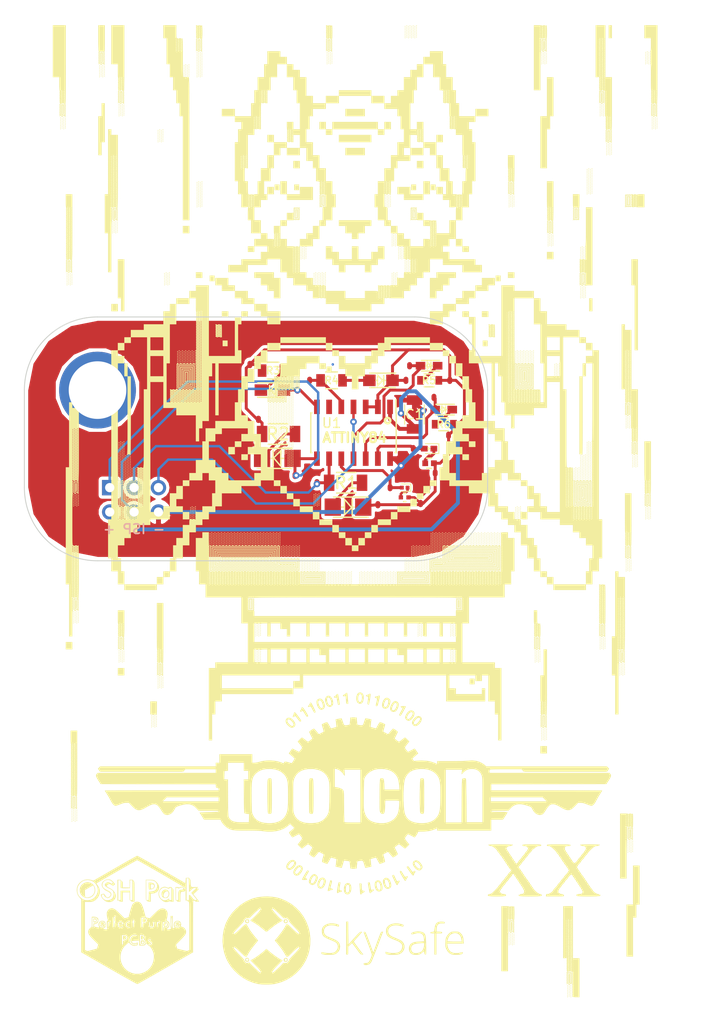
<source format=kicad_pcb>
(kicad_pcb (version 4) (host pcbnew 4.0.7)
  (layers (0 F.Cu signal) (31 B.Cu signal) (34 B.Paste user) (35 F.Paste user) (36 B.SilkS user) (37 F.SilkS user hide) (38 B.Mask user) (39 F.Mask user) (44 Edge.Cuts user))
  (net 0 "")
  (net 1 GND)
  (net 2 +BATT)
  (net 3 "Net-(D1-Pad1)")
  (net 4 "Net-(D2-Pad1)")
  (net 5 "Net-(D3-Pad1)")
  (net 6 "Net-(D4-Pad2)")
  (net 7 /MISO)
  (net 8 /SCK)
  (net 9 /MOSI)
  (net 10 /RESET)
  (net 11 "Net-(D5-Pad1)")
  (net 12 "Net-(D6-Pad1)")
  (net 13 "Net-(D7-Pad1)")
  (net 14 "Net-(D8-Pad1)")
  (net 15 "Net-(D8-Pad2)")
  (net 16 "Net-(D5-Pad2)")
  (net 17 "Net-(D6-Pad2)")
  (net 18 "Net-(SW2-Pad1)")
  (net 19 "Net-(D7-Pad2)")
  (net 20 "Net-(D1-Pad2)")
  (net 21 "Net-(P5-Pad1)")
  (net 22 "Net-(P0-Pad1)")
  (module footprints:toor_logo (layer F.Cu) (at 123.19 123.19)
    (fp_text reference G*** hide)
    (fp_text value LOGO hide)
  )
  (module footprints:LED_0402 (layer F.Cu) (at 131.064 116.586 180)
    (fp_text reference D7 hide)
    (fp_text value LED)
    (pad 1 smd rect (at -0.5 0 180) (size 0.7 0.6) (layers F.Cu F.Paste F.Mask) (net 13 "Net-(D7-Pad1)"))
    (pad 2 smd rect (at 0.5 0 180) (size 0.7 0.6) (layers F.Cu F.Paste F.Mask) (net 19 "Net-(D7-Pad2)"))
  )
  (module footprints:LED_0201 (layer F.Cu) (at 128.524 120.65 180)
    (fp_text reference D8 hide)
    (fp_text value LED)
    (pad 1 smd rect (at -0.3 0 180) (size 0.4 0.4) (layers F.Cu F.Paste F.Mask) (net 14 "Net-(D8-Pad1)"))
    (pad 2 smd rect (at 0.3 0 180) (size 0.4 0.4) (layers F.Cu F.Paste F.Mask) (net 15 "Net-(D8-Pad2)"))
  )
  (module footprints:AVR-ISP-6 (layer B.Cu) (at 97.79 120.65 270)
    (fp_text reference CON1 hide)
    (fp_text value AVR-ISP-6 hide)
    (pad 1 thru_hole rect (at 0 0 270) (size 1.6 1.6) (drill 0.9652) (layers *.Cu *.Mask) (net 7 /MISO))
    (pad 2 thru_hole circle (at 2.54 0 270) (size 1.6 1.6) (drill 0.9652) (layers *.Cu *.Mask) (net 2 +BATT))
    (pad 3 thru_hole oval (at 0 -2.54 270) (size 1.6 1.6) (drill 0.9652) (layers *.Cu *.Mask) (net 8 /SCK))
    (pad 4 thru_hole oval (at 2.54 -2.54 270) (size 1.6 1.6) (drill 0.9652) (layers *.Cu *.Mask) (net 9 /MOSI))
    (pad 5 thru_hole oval (at 0 -5.08 270) (size 1.6 1.6) (drill 0.9652) (layers *.Cu *.Mask) (net 10 /RESET))
    (pad 6 thru_hole oval (at 2.54 -5.08 270) (size 1.6 1.6) (drill 0.9652) (layers *.Cu *.Mask) (net 1 GND))
  )
  (module footprints:LED-0805 (layer F.Cu) (at 114.808 110.49)
    (fp_text reference D3 hide)
    (fp_text value LED)
    (pad 2 smd rect (at 1.143 0 180) (size 1.3 1.19888) (layers F.Cu F.Paste F.Mask) (net 9 /MOSI))
    (pad 1 smd rect (at -1.27 0 180) (size 1.3 1.19888) (layers F.Cu F.Paste F.Mask) (net 5 "Net-(D3-Pad1)"))
  )
  (module footprints:LED-0805 (layer F.Cu) (at 125.984 109.474 180)
    (fp_text reference D4 hide)
    (fp_text value LED)
    (pad 2 smd rect (at 1.143 0) (size 1.3 1.19888) (layers F.Cu F.Paste F.Mask) (net 6 "Net-(D4-Pad2)"))
    (pad 1 smd rect (at -1.27 0) (size 1.3 1.19888) (layers F.Cu F.Paste F.Mask) (net 3 "Net-(D1-Pad1)"))
  )
  (module footprints:LED-0603 (layer F.Cu) (at 131.064 107.95 180)
    (fp_text reference D5 hide)
    (fp_text value LED)
    (pad 2 smd rect (at 0.889 0) (size 1 0.79756) (layers F.Cu F.Paste F.Mask) (net 16 "Net-(D5-Pad2)"))
    (pad 1 smd rect (at -0.889 0) (size 1 0.79756) (layers F.Cu F.Paste F.Mask) (net 11 "Net-(D5-Pad1)"))
  )
  (module footprints:Pin_Header_Straight_1x01 (layer F.Cu) (at 96.52 110.49)
    (fp_text reference P0 hide)
    (fp_text value CONN_01X01)
    (pad 1 thru_hole circle (at 0 0) (size 8 8) (drill 6) (layers *.Cu *.Mask) (net 22 "Net-(P0-Pad1)"))
  )
  (module footprints:testPad (layer F.Cu) (at 119.38 120.142)
    (fp_text reference P2 hide)
    (fp_text value CONN_01X01)
    (pad 1 smd oval (at 0 0) (size 0.508 0.762) (layers F.Cu F.Paste F.Mask) (net 8 /SCK))
  )
  (module footprints:testPad (layer F.Cu) (at 117.094 119.38)
    (fp_text reference P3 hide)
    (fp_text value CONN_01X01)
    (pad 1 smd oval (at 0 0) (size 0.508 0.762) (layers F.Cu F.Paste F.Mask) (net 7 /MISO))
  )
  (module footprints:testPad (layer F.Cu) (at 117.348 110.49)
    (fp_text reference P4 hide)
    (fp_text value CONN_01X01)
    (pad 1 smd oval (at 0 0) (size 0.508 0.762) (layers F.Cu F.Paste F.Mask) (net 9 /MOSI))
  )
  (module footprints:testPad (layer F.Cu) (at 118.618 109.474)
    (fp_text reference P5 hide)
    (fp_text value CONN_01X01)
    (pad 1 smd oval (at 0 0) (size 0.508 0.762) (layers F.Cu F.Paste F.Mask) (net 21 "Net-(P5-Pad1)"))
  )
  (module footprints:testPad (layer F.Cu) (at 129.032 107.95)
    (fp_text reference P6 hide)
    (fp_text value CONN_01X01)
    (pad 1 smd oval (at 0 0) (size 0.508 0.762) (layers F.Cu F.Paste F.Mask) (net 16 "Net-(D5-Pad2)"))
  )
  (module footprints:testPad (layer F.Cu) (at 131.572 111.252)
    (fp_text reference P7 hide)
    (fp_text value CONN_01X01)
    (pad 1 smd oval (at 0 0) (size 0.508 0.762) (layers F.Cu F.Paste F.Mask) (net 17 "Net-(D6-Pad2)"))
  )
  (module footprints:testPad (layer F.Cu) (at 129.413 116.586)
    (fp_text reference P8 hide)
    (fp_text value CONN_01X01)
    (pad 1 smd oval (at 0 0) (size 0.508 0.762) (layers F.Cu F.Paste F.Mask) (net 19 "Net-(D7-Pad2)"))
  )
  (module footprints:testPad (layer F.Cu) (at 127 120.65)
    (fp_text reference P9 hide)
    (fp_text value CONN_01X01)
    (pad 1 smd oval (at 0 0) (size 0.508 0.762) (layers F.Cu F.Paste F.Mask) (net 15 "Net-(D8-Pad2)"))
  )
  (module footprints:testPad (layer F.Cu) (at 113.284 113.538)
    (fp_text reference PG1 hide)
    (fp_text value CONN_01X01)
    (pad 1 smd oval (at 0 0) (size 0.508 0.762) (layers F.Cu F.Paste F.Mask) (net 3 "Net-(D1-Pad1)"))
  )
  (module footprints:testPad (layer F.Cu) (at 112.395 107.823)
    (fp_text reference PG2 hide)
    (fp_text value CONN_01X01)
    (pad 1 smd oval (at 0 0) (size 0.508 0.762) (layers F.Cu F.Paste F.Mask) (net 3 "Net-(D1-Pad1)"))
  )
  (module footprints:testPad (layer F.Cu) (at 128.651 109.474)
    (fp_text reference PG3 hide)
    (fp_text value CONN_01X01)
    (pad 1 smd oval (at 0 0) (size 0.508 0.762) (layers F.Cu F.Paste F.Mask) (net 3 "Net-(D1-Pad1)"))
  )
  (module footprints:testPad (layer F.Cu) (at 125.73 122.428)
    (fp_text reference PG4 hide)
    (fp_text value CONN_01X01)
    (pad 1 smd oval (at 0 0) (size 0.508 0.762) (layers F.Cu F.Paste F.Mask) (net 3 "Net-(D1-Pad1)"))
  )
  (module footprints:testPad (layer F.Cu) (at 133.223 109.474)
    (fp_text reference PG5 hide)
    (fp_text value CONN_01X01)
    (pad 1 smd oval (at 0 0) (size 0.508 0.762) (layers F.Cu F.Paste F.Mask) (net 3 "Net-(D1-Pad1)"))
  )
  (module footprints:testPad (layer F.Cu) (at 133.096 115.189)
    (fp_text reference PG6 hide)
    (fp_text value CONN_01X01)
    (pad 1 smd oval (at 0 0) (size 0.508 0.762) (layers F.Cu F.Paste F.Mask) (net 3 "Net-(D1-Pad1)"))
  )
  (module footprints:testPad (layer F.Cu) (at 131.699 119.126)
    (fp_text reference PG7 hide)
    (fp_text value CONN_01X01)
    (pad 1 smd oval (at 0 0) (size 0.508 0.762) (layers F.Cu F.Paste F.Mask) (net 3 "Net-(D1-Pad1)"))
  )
  (module footprints:testPad (layer F.Cu) (at 130.175 122.301)
    (fp_text reference PG8 hide)
    (fp_text value CONN_01X01)
    (pad 1 smd oval (at 0 0) (size 0.508 0.762) (layers F.Cu F.Paste F.Mask) (net 3 "Net-(D1-Pad1)"))
  )
  (module footprints:R_0805 (layer F.Cu) (at 114.808 108.458 180)
    (fp_text reference R3 (at 0 0 180) (layer F.SilkS) (effects (font (size 0.762 0.762))))
    (fp_text value 100)
    (pad 1 smd rect (at -1.143 0 180) (size 0.9 1.3) (layers F.Cu F.Paste F.Mask) (net 5 "Net-(D3-Pad1)"))
    (pad 2 smd rect (at 1.143 0 180) (size 0.9 1.3) (layers F.Cu F.Paste F.Mask) (net 3 "Net-(D1-Pad1)"))
  )
  (module footprints:R_0805 (layer F.Cu) (at 120.904 109.474)
    (fp_text reference R4 (at 0 0) (layer F.SilkS) (effects (font (size 0.762 0.762))))
    (fp_text value 100)
    (pad 1 smd rect (at -1.143 0) (size 0.9 1.3) (layers F.Cu F.Paste F.Mask) (net 21 "Net-(P5-Pad1)"))
    (pad 2 smd rect (at 1.143 0) (size 0.9 1.3) (layers F.Cu F.Paste F.Mask) (net 6 "Net-(D4-Pad2)"))
  )
  (module footprints:R_0603 (layer F.Cu) (at 131.064 109.474)
    (fp_text reference R5 (at 0 0) (layer F.SilkS) (effects (font (size 0.762 0.762))))
    (fp_text value 100)
    (pad 1 smd rect (at -0.889 0) (size 0.7 0.9) (layers F.Cu F.Paste F.Mask) (net 11 "Net-(D5-Pad1)"))
    (pad 2 smd rect (at 1.016 0) (size 0.7 0.9) (layers F.Cu F.Paste F.Mask) (net 3 "Net-(D1-Pad1)"))
  )
  (module footprints:R_0201 (layer F.Cu) (at 128.524 121.666)
    (fp_text reference R8 hide)
    (fp_text value 100)
    (pad 1 smd rect (at -0.4 0) (size 0.45 0.43) (layers F.Cu F.Paste F.Mask) (net 14 "Net-(D8-Pad1)"))
    (pad 2 smd rect (at 0.4 0) (size 0.45 0.43) (layers F.Cu F.Paste F.Mask) (net 3 "Net-(D1-Pad1)"))
  )
  (module footprints:LED-0603 (layer F.Cu) (at 132.588 112.522 180)
    (fp_text reference D6 hide)
    (fp_text value LED)
    (pad 2 smd rect (at 0.889 0) (size 1 0.79756) (layers F.Cu F.Paste F.Mask) (net 17 "Net-(D6-Pad2)"))
    (pad 1 smd rect (at -0.889 0) (size 1 0.79756) (layers F.Cu F.Paste F.Mask) (net 12 "Net-(D6-Pad1)"))
  )
  (module footprints:R_0603 (layer F.Cu) (at 132.588 114.046)
    (fp_text reference R6 (at 0 0) (layer F.SilkS) (effects (font (size 0.762 0.762))))
    (fp_text value 100)
    (pad 1 smd rect (at -0.889 0) (size 0.7 0.9) (layers F.Cu F.Paste F.Mask) (net 12 "Net-(D6-Pad1)"))
    (pad 2 smd rect (at 1.016 0) (size 0.7 0.9) (layers F.Cu F.Paste F.Mask) (net 3 "Net-(D1-Pad1)"))
  )
  (module footprints:R_0402 (layer F.Cu) (at 131.064 118.11)
    (fp_text reference R7 hide)
    (fp_text value 100)
    (pad 1 smd rect (at -0.4 0) (size 0.6 0.6) (layers F.Cu F.Paste F.Mask) (net 13 "Net-(D7-Pad1)"))
    (pad 2 smd rect (at 0.5 0) (size 0.6 0.6) (layers F.Cu F.Paste F.Mask) (net 3 "Net-(D1-Pad1)"))
  )
  (module footprints:LED-1206 (layer F.Cu) (at 122.555 122.682 180)
    (fp_text reference D1 hide)
    (fp_text value LED)
    (pad 2 smd rect (at 1.524 0) (size 1.7 1.80086) (layers F.Cu F.Paste F.Mask) (net 20 "Net-(D1-Pad2)"))
    (pad 1 smd rect (at -1.651 0) (size 1.7 1.80086) (layers F.Cu F.Paste F.Mask) (net 3 "Net-(D1-Pad1)"))
  )
  (module footprints:R_1206 (layer F.Cu) (at 122.428 120.142)
    (fp_text reference R1 (at 0 0) (layer F.SilkS) (effects (font (size 1.25 1.25) (thickness 0.2))))
    (fp_text value 100)
    (pad 1 smd rect (at -1.778 0) (size 1.1 1.7) (layers F.Cu F.Paste F.Mask) (net 8 /SCK))
    (pad 2 smd rect (at 1.651 0) (size 1.1 1.7) (layers F.Cu F.Paste F.Mask) (net 20 "Net-(D1-Pad2)"))
  )
  (module footprints:LED-1206 (layer F.Cu) (at 115.316 117.602)
    (fp_text reference D2 hide)
    (fp_text value LED)
    (pad 2 smd rect (at 1.524 0 180) (size 1.7 1.80086) (layers F.Cu F.Paste F.Mask) (net 7 /MISO))
    (pad 1 smd rect (at -1.651 0 180) (size 1.7 1.80086) (layers F.Cu F.Paste F.Mask) (net 4 "Net-(D2-Pad1)"))
  )
  (module footprints:R_1206 (layer F.Cu) (at 115.316 115.062 180)
    (fp_text reference R2 (at 0 0 180) (layer F.SilkS) (effects (font (size 1.25 1.25) (thickness 0.2))))
    (fp_text value 100)
    (pad 1 smd rect (at -1.778 0 180) (size 1.1 1.7) (layers F.Cu F.Paste F.Mask) (net 4 "Net-(D2-Pad1)"))
    (pad 2 smd rect (at 1.651 0 180) (size 1.1 1.7) (layers F.Cu F.Paste F.Mask) (net 3 "Net-(D1-Pad1)"))
  )
  (module footprints:C_1206 (layer F.Cu) (at 129.54 113.03 90)
    (fp_text reference C1 (at 0 0 360) (layer F.SilkS))
    (fp_text value "0.1 uF")
    (pad 1 smd rect (at -1.5 0 90) (size 1 1.6) (layers F.Cu F.Paste F.Mask) (net 2 +BATT))
    (pad 2 smd rect (at 1.5 0 90) (size 1 1.6) (layers F.Cu F.Paste F.Mask) (net 1 GND))
  )
  (module footprints:SOIC-14_3.9x8.7mm_Pitch1.27mm (layer F.Cu) (at 123.19 114.935 270)
    (fp_text reference U1 (at -1.016 2.286 540) (layer F.SilkS))
    (fp_text value ATTINY84A-SSU)
    (pad 1 smd rect (at -2.7 -3.81 270) (size 1.5 0.6) (layers F.Cu F.Paste F.Mask) (net 2 +BATT))
    (pad 2 smd rect (at -2.7 -2.54 270) (size 1.5 0.6) (layers F.Cu F.Paste F.Mask) (net 3 "Net-(D1-Pad1)"))
    (pad 3 smd rect (at -2.7 -1.27 270) (size 1.5 0.6) (layers F.Cu F.Paste F.Mask) (net 3 "Net-(D1-Pad1)"))
    (pad 4 smd rect (at -2.7 0 270) (size 1.5 0.6) (layers F.Cu F.Paste F.Mask) (net 10 /RESET))
    (pad 5 smd rect (at -2.7 1.27 270) (size 1.5 0.6) (layers F.Cu F.Paste F.Mask) (net 21 "Net-(P5-Pad1)"))
    (pad 6 smd rect (at -2.7 2.54 270) (size 1.5 0.6) (layers F.Cu F.Paste F.Mask) (net 18 "Net-(SW2-Pad1)"))
    (pad 7 smd rect (at -2.7 3.81 270) (size 1.5 0.6) (layers F.Cu F.Paste F.Mask) (net 9 /MOSI))
    (pad 8 smd rect (at 2.7 3.81 270) (size 1.5 0.6) (layers F.Cu F.Paste F.Mask) (net 7 /MISO))
    (pad 9 smd rect (at 2.7 2.54 270) (size 1.5 0.6) (layers F.Cu F.Paste F.Mask) (net 8 /SCK))
    (pad 10 smd rect (at 2.7 1.27 270) (size 1.5 0.6) (layers F.Cu F.Paste F.Mask) (net 15 "Net-(D8-Pad2)"))
    (pad 11 smd rect (at 2.7 0 270) (size 1.5 0.6) (layers F.Cu F.Paste F.Mask) (net 16 "Net-(D5-Pad2)"))
    (pad 12 smd rect (at 2.7 -1.27 270) (size 1.5 0.6) (layers F.Cu F.Paste F.Mask) (net 17 "Net-(D6-Pad2)"))
    (pad 13 smd rect (at 2.7 -2.54 270) (size 1.5 0.6) (layers F.Cu F.Paste F.Mask) (net 19 "Net-(D7-Pad2)"))
    (pad 14 smd rect (at 2.7 -3.81 270) (size 1.5 0.6) (layers F.Cu F.Paste F.Mask) (net 1 GND))
  )
  (gr_line (start 88.9 110.49) (end 88.9 120.65) (angle 90) (layer Edge.Cuts) (width 0.1))
  (gr_line (start 129.54 102.87) (end 96.52 102.87) (angle 90) (layer Edge.Cuts) (width 0.1))
  (gr_line (start 137.16 120.65) (end 137.16 110.49) (angle 90) (layer Edge.Cuts) (width 0.1))
  (gr_line (start 96.52 128.27) (end 129.54 128.27) (angle 90) (layer Edge.Cuts) (width 0.1))
  (gr_arc (start 129.54 120.65) (end 137.16 120.65) (angle 90) (layer Edge.Cuts) (width 0.1))
  (gr_arc (start 129.54 110.49) (end 129.54 102.87) (angle 90) (layer Edge.Cuts) (width 0.1))
  (gr_arc (start 96.52 120.65) (end 96.52 128.27) (angle 90) (layer Edge.Cuts) (width 0.1))
  (gr_arc (start 96.52 110.49) (end 88.9 110.49) (angle 90) (layer Edge.Cuts) (width 0.1))
  (gr_circle (center 126.746 113.665) (end 126.619 113.411) (layer F.SilkS) (width 0.254))
  (gr_text ATTINY84 (at 123.317 115.443) (layer F.SilkS) (effects (font (size 1 1) (thickness 0.25))))
  (gr_text "- ISP +" (at 100.33 124.968) (layer B.SilkS) (effects (font (size 1 1) (thickness 0.175)) (justify mirror)))
  (segment (start 121.031 107.823) (end 121.031 107.804949) (width 0.254) (layer B.Cu) (net 0))
  (via (at 102.87 123.19) (size 0.6858) (drill 0.3302) (layers F.Cu B.Cu) (net 1))
  (segment (start 102.87 123.19) (end 104.14 123.19) (width 0.4064) (layer F.Cu) (net 1))
  (segment (start 105.283 123.19) (end 123.317 123.19) (width 0.4064) (layer B.Cu) (net 1))
  (segment (start 123.32 123.25) (end 123.32 123.187) (width 0.4064) (layer B.Cu) (net 1))
  (segment (start 123.32 123.193) (end 123.32 123.25) (width 0.4064) (layer B.Cu) (net 1))
  (segment (start 123.317 123.19) (end 123.32 123.193) (width 0.4064) (layer B.Cu) (net 1))
  (segment (start 102.87 123.19) (end 105.283 123.19) (width 0.4064) (layer B.Cu) (net 1))
  (segment (start 128.143 118.364) (end 130.175 116.332) (width 0.4064) (layer B.Cu) (net 1))
  (segment (start 130.429 112.649) (end 129.54 111.76) (width 0.4064) (layer F.Cu) (net 1))
  (via (at 130.429 112.649) (size 0.6858) (drill 0.3302) (layers F.Cu B.Cu) (net 1))
  (segment (start 130.175 112.903) (end 130.429 112.649) (width 0.4064) (layer B.Cu) (net 1))
  (segment (start 130.175 116.332) (end 130.175 112.903) (width 0.4064) (layer B.Cu) (net 1))
  (segment (start 129.54 111.76) (end 129.54 111.53) (width 0.4064) (layer F.Cu) (net 1))
  (segment (start 127 117.635) (end 127.414 117.635) (width 0.4064) (layer F.Cu) (net 1))
  (segment (start 128.143 118.364) (end 123.32 123.187) (width 0.4064) (layer B.Cu) (net 1))
  (via (at 128.143 118.364) (size 0.6858) (drill 0.3302) (layers F.Cu B.Cu) (net 1))
  (segment (start 127.414 117.635) (end 128.143 118.364) (width 0.4064) (layer F.Cu) (net 1))
  (segment (start 97.79 123.19) (end 97.79 123.72) (width 0.4064) (layer B.Cu) (net 2))
  (segment (start 97.79 123.72) (end 99.07 125) (width 0.4064) (layer B.Cu) (net 2))
  (segment (start 134.07 122.25) (end 134.07 115.02) (width 0.4064) (layer B.Cu) (net 2))
  (segment (start 131.32 125) (end 134.07 122.25) (width 0.4064) (layer B.Cu) (net 2))
  (segment (start 99.07 125) (end 131.32 125) (width 0.4064) (layer B.Cu) (net 2))
  (segment (start 128.143 111.887) (end 128.143 111.379) (width 0.4064) (layer B.Cu) (net 2))
  (segment (start 129.667 110.617) (end 129.794 110.744) (width 0.4064) (layer B.Cu) (net 2))
  (segment (start 129.794 110.744) (end 134.07 115.02) (width 0.4064) (layer B.Cu) (net 2))
  (segment (start 128.905 110.617) (end 129.667 110.617) (width 0.4064) (layer B.Cu) (net 2))
  (segment (start 128.143 111.379) (end 128.905 110.617) (width 0.4064) (layer B.Cu) (net 2))
  (segment (start 128.143 112.903) (end 128.143 111.887) (width 0.4064) (layer B.Cu) (net 2))
  (segment (start 128.143 111.887) (end 128.143 111.76) (width 0.4064) (layer B.Cu) (net 2))
  (via (at 128.143 112.903) (size 0.6858) (drill 0.3302) (layers F.Cu B.Cu) (net 2))
  (segment (start 129.54 114.3) (end 128.143 112.903) (width 0.4064) (layer F.Cu) (net 2))
  (segment (start 129.54 114.3) (end 129.54 114.53) (width 0.4064) (layer F.Cu) (net 2))
  (segment (start 127 112.235) (end 127 113.538) (width 0.4064) (layer F.Cu) (net 2))
  (segment (start 127.992 114.53) (end 129.54 114.53) (width 0.4064) (layer F.Cu) (net 2))
  (segment (start 127 113.538) (end 127.992 114.53) (width 0.4064) (layer F.Cu) (net 2))
  (segment (start 129.032 106.299) (end 113.919 106.299) (width 0.3048) (layer F.Cu) (net 3))
  (segment (start 113.919 106.299) (end 112.395 107.823) (width 0.3048) (layer F.Cu) (net 3))
  (segment (start 112.395 107.823) (end 113.03 107.823) (width 0.3048) (layer F.Cu) (net 3))
  (segment (start 113.03 107.823) (end 113.665 108.458) (width 0.3048) (layer F.Cu) (net 3))
  (segment (start 113.284 113.538) (end 113.157 113.538) (width 0.3048) (layer F.Cu) (net 3))
  (segment (start 113.157 113.538) (end 112.014 112.395) (width 0.3048) (layer F.Cu) (net 3))
  (segment (start 112.014 112.395) (end 112.014 108.204) (width 0.3048) (layer F.Cu) (net 3))
  (segment (start 112.014 108.204) (end 112.395 107.823) (width 0.3048) (layer F.Cu) (net 3))
  (segment (start 113.665 115.062) (end 113.665 113.919) (width 0.3048) (layer F.Cu) (net 3))
  (segment (start 113.665 113.919) (end 113.284 113.538) (width 0.3048) (layer F.Cu) (net 3))
  (segment (start 125.73 112.235) (end 124.46 112.235) (width 0.3048) (layer F.Cu) (net 3))
  (segment (start 133.223 109.474) (end 133.858 109.474) (width 0.3048) (layer F.Cu) (net 3))
  (segment (start 134.112 114.046) (end 133.604 114.046) (width 0.3048) (layer F.Cu) (net 3))
  (segment (start 134.747 113.411) (end 134.112 114.046) (width 0.3048) (layer F.Cu) (net 3))
  (segment (start 134.747 110.363) (end 134.747 113.411) (width 0.3048) (layer F.Cu) (net 3))
  (segment (start 133.858 109.474) (end 134.747 110.363) (width 0.3048) (layer F.Cu) (net 3))
  (segment (start 133.223 109.474) (end 132.08 109.474) (width 0.3048) (layer F.Cu) (net 3))
  (segment (start 127.254 109.474) (end 127.254 107.95) (width 0.3048) (layer F.Cu) (net 3))
  (segment (start 133.223 106.934) (end 133.223 109.474) (width 0.3048) (layer F.Cu) (net 3))
  (segment (start 132.588 106.299) (end 133.223 106.934) (width 0.3048) (layer F.Cu) (net 3))
  (segment (start 128.905 106.299) (end 129.032 106.299) (width 0.3048) (layer F.Cu) (net 3))
  (segment (start 129.032 106.299) (end 132.588 106.299) (width 0.3048) (layer F.Cu) (net 3))
  (segment (start 127.254 107.95) (end 128.905 106.299) (width 0.3048) (layer F.Cu) (net 3))
  (segment (start 127.254 109.474) (end 128.651 109.474) (width 0.3048) (layer F.Cu) (net 3))
  (segment (start 125.73 112.235) (end 125.73 110.998) (width 0.3048) (layer F.Cu) (net 3))
  (segment (start 125.73 110.998) (end 127.254 109.474) (width 0.3048) (layer F.Cu) (net 3))
  (segment (start 125.73 122.428) (end 124.333 122.555) (width 0.3048) (layer F.Cu) (net 3))
  (segment (start 124.333 122.555) (end 124.206 122.682) (width 0.3048) (layer F.Cu) (net 3))
  (segment (start 133.096 115.189) (end 133.604 114.681) (width 0.3048) (layer F.Cu) (net 3))
  (segment (start 133.604 114.681) (end 133.604 114.046) (width 0.3048) (layer F.Cu) (net 3))
  (segment (start 131.564 118.11) (end 132.207 118.11) (width 0.3048) (layer F.Cu) (net 3))
  (segment (start 133.096 117.221) (end 133.096 115.189) (width 0.3048) (layer F.Cu) (net 3))
  (segment (start 132.207 118.11) (end 133.096 117.221) (width 0.3048) (layer F.Cu) (net 3))
  (segment (start 131.699 119.126) (end 131.699 118.245) (width 0.3048) (layer F.Cu) (net 3))
  (segment (start 131.699 118.245) (end 131.564 118.11) (width 0.3048) (layer F.Cu) (net 3))
  (segment (start 130.175 122.301) (end 130.429 122.301) (width 0.3048) (layer F.Cu) (net 3))
  (segment (start 130.429 122.301) (end 131.699 121.031) (width 0.3048) (layer F.Cu) (net 3))
  (segment (start 131.699 121.031) (end 131.699 119.126) (width 0.3048) (layer F.Cu) (net 3))
  (segment (start 125.73 122.428) (end 130.048 122.428) (width 0.3048) (layer F.Cu) (net 3))
  (segment (start 130.048 122.428) (end 130.175 122.301) (width 0.3048) (layer F.Cu) (net 3))
  (segment (start 128.924 121.666) (end 129.54 121.666) (width 0.254) (layer F.Cu) (net 3))
  (segment (start 129.54 121.666) (end 130.175 122.301) (width 0.254) (layer F.Cu) (net 3))
  (segment (start 113.665 117.602) (end 113.665 117.475) (width 0.3048) (layer F.Cu) (net 4))
  (segment (start 113.665 117.475) (end 116.078 115.062) (width 0.3048) (layer F.Cu) (net 4))
  (segment (start 116.078 115.062) (end 117.094 115.062) (width 0.3048) (layer F.Cu) (net 4))
  (segment (start 113.538 110.49) (end 113.919 110.49) (width 0.3048) (layer F.Cu) (net 5))
  (segment (start 113.919 110.49) (end 115.951 108.458) (width 0.3048) (layer F.Cu) (net 5))
  (segment (start 122.047 109.474) (end 124.841 109.474) (width 0.3048) (layer F.Cu) (net 6))
  (segment (start 117.094 119.38) (end 117.094 117.856) (width 0.3048) (layer F.Cu) (net 7))
  (segment (start 117.094 117.856) (end 116.84 117.602) (width 0.3048) (layer F.Cu) (net 7))
  (segment (start 97.79 120.65) (end 97.79 117.729) (width 0.254) (layer B.Cu) (net 7))
  (segment (start 117.221 119.38) (end 117.094 119.38) (width 0.254) (layer F.Cu) (net 7))
  (via (at 117.221 119.38) (size 0.6858) (drill 0.3302) (layers F.Cu B.Cu) (net 7))
  (segment (start 117.729 119.38) (end 117.221 119.38) (width 0.254) (layer B.Cu) (net 7))
  (segment (start 119.507 117.602) (end 117.729 119.38) (width 0.254) (layer B.Cu) (net 7))
  (segment (start 119.507 110.744) (end 119.507 117.602) (width 0.254) (layer B.Cu) (net 7))
  (segment (start 118.364 109.601) (end 119.507 110.744) (width 0.254) (layer B.Cu) (net 7))
  (segment (start 105.918 109.601) (end 118.364 109.601) (width 0.254) (layer B.Cu) (net 7))
  (segment (start 97.79 117.729) (end 105.918 109.601) (width 0.254) (layer B.Cu) (net 7))
  (segment (start 119.38 117.635) (end 116.873 117.635) (width 0.3048) (layer F.Cu) (net 7))
  (segment (start 116.873 117.635) (end 116.84 117.602) (width 0.3048) (layer F.Cu) (net 7))
  (segment (start 119.38 120.269) (end 119.507 120.269) (width 0.254) (layer B.Cu) (net 8))
  (segment (start 100.33 120.65) (end 100.33 118.618) (width 0.254) (layer B.Cu) (net 8))
  (segment (start 119.38 120.269) (end 119.38 120.142) (width 0.254) (layer F.Cu) (net 8))
  (via (at 119.38 120.269) (size 0.6858) (drill 0.3302) (layers F.Cu B.Cu) (net 8))
  (segment (start 118.491 121.158) (end 119.38 120.269) (width 0.254) (layer B.Cu) (net 8))
  (segment (start 114.046 121.158) (end 118.491 121.158) (width 0.254) (layer B.Cu) (net 8))
  (segment (start 109.22 116.332) (end 114.046 121.158) (width 0.254) (layer B.Cu) (net 8))
  (segment (start 102.616 116.332) (end 109.22 116.332) (width 0.254) (layer B.Cu) (net 8))
  (segment (start 100.33 118.618) (end 102.616 116.332) (width 0.254) (layer B.Cu) (net 8))
  (segment (start 120.65 120.142) (end 119.38 120.142) (width 0.3048) (layer F.Cu) (net 8))
  (segment (start 120.65 120.142) (end 120.65 117.635) (width 0.3048) (layer F.Cu) (net 8))
  (via (at 117.348 110.49) (size 0.6858) (drill 0.3302) (layers F.Cu B.Cu) (net 9))
  (segment (start 100.33 123.19) (end 99.06 121.92) (width 0.254) (layer B.Cu) (net 9))
  (segment (start 99.06 117.983) (end 99.06 121.92) (width 0.254) (layer B.Cu) (net 9))
  (segment (start 106.68 110.363) (end 99.06 117.983) (width 0.254) (layer B.Cu) (net 9))
  (segment (start 117.221 110.363) (end 106.68 110.363) (width 0.254) (layer B.Cu) (net 9))
  (segment (start 117.221 110.363) (end 117.348 110.49) (width 0.254) (layer B.Cu) (net 9))
  (segment (start 117.348 110.49) (end 117.635 110.49) (width 0.3048) (layer F.Cu) (net 9))
  (segment (start 117.635 110.49) (end 119.38 112.235) (width 0.3048) (layer F.Cu) (net 9))
  (segment (start 115.951 110.49) (end 117.348 110.49) (width 0.3048) (layer F.Cu) (net 9))
  (segment (start 102.87 120.65) (end 102.87 118.745) (width 0.254) (layer B.Cu) (net 10))
  (segment (start 123.19 113.792) (end 123.19 112.235) (width 0.254) (layer F.Cu) (net 10))
  (via (at 123.19 113.792) (size 0.6858) (drill 0.3302) (layers F.Cu B.Cu) (net 10))
  (segment (start 123.19 118.11) (end 123.19 113.792) (width 0.254) (layer B.Cu) (net 10))
  (segment (start 118.999 122.301) (end 123.19 118.11) (width 0.254) (layer B.Cu) (net 10))
  (segment (start 113.03 122.301) (end 118.999 122.301) (width 0.254) (layer B.Cu) (net 10))
  (segment (start 108.458 117.729) (end 113.03 122.301) (width 0.254) (layer B.Cu) (net 10))
  (segment (start 103.886 117.729) (end 108.458 117.729) (width 0.254) (layer B.Cu) (net 10))
  (segment (start 102.87 118.745) (end 103.886 117.729) (width 0.254) (layer B.Cu) (net 10))
  (segment (start 130.175 109.474) (end 130.429 109.474) (width 0.3048) (layer F.Cu) (net 11))
  (segment (start 130.429 109.474) (end 131.953 107.95) (width 0.3048) (layer F.Cu) (net 11))
  (segment (start 131.699 114.046) (end 131.953 114.046) (width 0.3048) (layer F.Cu) (net 12))
  (segment (start 131.953 114.046) (end 133.477 112.522) (width 0.3048) (layer F.Cu) (net 12))
  (segment (start 130.664 118.11) (end 130.664 117.748) (width 0.3048) (layer F.Cu) (net 13))
  (segment (start 131.564 117.102) (end 131.564 116.586) (width 0.3048) (layer F.Cu) (net 13))
  (segment (start 131.318 117.348) (end 131.564 117.102) (width 0.3048) (layer F.Cu) (net 13))
  (segment (start 131.064 117.348) (end 131.318 117.348) (width 0.3048) (layer F.Cu) (net 13))
  (segment (start 130.664 117.748) (end 131.064 117.348) (width 0.3048) (layer F.Cu) (net 13))
  (segment (start 128.824 120.65) (end 128.824 120.985) (width 0.254) (layer F.Cu) (net 14))
  (segment (start 128.124 121.304) (end 128.124 121.666) (width 0.254) (layer F.Cu) (net 14))
  (segment (start 128.27 121.158) (end 128.124 121.304) (width 0.254) (layer F.Cu) (net 14))
  (segment (start 128.651 121.158) (end 128.27 121.158) (width 0.254) (layer F.Cu) (net 14))
  (segment (start 128.824 120.985) (end 128.651 121.158) (width 0.254) (layer F.Cu) (net 14))
  (segment (start 127 120.65) (end 128.224 120.65) (width 0.3048) (layer F.Cu) (net 15))
  (segment (start 121.92 117.635) (end 121.92 118.491) (width 0.3048) (layer F.Cu) (net 15))
  (segment (start 127 119.634) (end 127 120.65) (width 0.3048) (layer F.Cu) (net 15))
  (segment (start 126.238 118.872) (end 127 119.634) (width 0.3048) (layer F.Cu) (net 15))
  (segment (start 122.301 118.872) (end 126.238 118.872) (width 0.3048) (layer F.Cu) (net 15))
  (segment (start 121.92 118.491) (end 122.301 118.872) (width 0.3048) (layer F.Cu) (net 15))
  (segment (start 130.175 107.95) (end 130.175 108.204) (width 0.3048) (layer F.Cu) (net 16))
  (segment (start 130.175 108.204) (end 129.413 108.966) (width 0.3048) (layer F.Cu) (net 16))
  (segment (start 123.19 115.316) (end 123.19 117.635) (width 0.3048) (layer F.Cu) (net 16))
  (segment (start 124.587 113.919) (end 123.19 115.316) (width 0.3048) (layer F.Cu) (net 16))
  (segment (start 125.984 113.919) (end 124.587 113.919) (width 0.3048) (layer F.Cu) (net 16))
  (segment (start 126.365 113.538) (end 125.984 113.919) (width 0.3048) (layer F.Cu) (net 16))
  (segment (start 126.365 111.125) (end 126.365 113.538) (width 0.3048) (layer F.Cu) (net 16))
  (segment (start 127 110.49) (end 126.365 111.125) (width 0.3048) (layer F.Cu) (net 16))
  (segment (start 128.905 110.49) (end 127 110.49) (width 0.3048) (layer F.Cu) (net 16))
  (segment (start 129.413 109.982) (end 128.905 110.49) (width 0.3048) (layer F.Cu) (net 16))
  (segment (start 129.413 108.966) (end 129.413 109.982) (width 0.3048) (layer F.Cu) (net 16))
  (segment (start 130.175 107.95) (end 129.032 107.95) (width 0.3048) (layer F.Cu) (net 16))
  (segment (start 127.889 115.443) (end 130.429 115.443) (width 0.3048) (layer F.Cu) (net 17))
  (segment (start 124.46 115.951) (end 124.968 115.443) (width 0.3048) (layer F.Cu) (net 17))
  (segment (start 124.968 115.443) (end 127.889 115.443) (width 0.3048) (layer F.Cu) (net 17))
  (segment (start 124.46 117.635) (end 124.46 115.951) (width 0.3048) (layer F.Cu) (net 17))
  (segment (start 130.81 113.411) (end 131.699 112.522) (width 0.3048) (layer F.Cu) (net 17))
  (segment (start 130.81 115.062) (end 130.81 113.411) (width 0.3048) (layer F.Cu) (net 17))
  (segment (start 130.429 115.443) (end 130.81 115.062) (width 0.3048) (layer F.Cu) (net 17))
  (segment (start 131.699 112.522) (end 131.699 111.379) (width 0.3048) (layer F.Cu) (net 17))
  (segment (start 131.699 111.379) (end 131.572 111.252) (width 0.3048) (layer F.Cu) (net 17))
  (segment (start 129.413 116.586) (end 129.159 116.332) (width 0.3048) (layer F.Cu) (net 19))
  (segment (start 125.73 116.586) (end 125.73 117.635) (width 0.3048) (layer F.Cu) (net 19))
  (segment (start 125.984 116.332) (end 125.73 116.586) (width 0.3048) (layer F.Cu) (net 19))
  (segment (start 129.159 116.332) (end 125.984 116.332) (width 0.3048) (layer F.Cu) (net 19))
  (segment (start 130.564 116.586) (end 129.413 116.586) (width 0.3048) (layer F.Cu) (net 19))
  (segment (start 121.031 122.682) (end 121.031 122.301) (width 0.3048) (layer F.Cu) (net 20))
  (segment (start 121.031 122.301) (end 123.063 120.142) (width 0.3048) (layer F.Cu) (net 20))
  (segment (start 123.063 120.142) (end 124.079 120.142) (width 0.3048) (layer F.Cu) (net 20))
  (segment (start 119.761 109.474) (end 118.618 109.474) (width 0.3048) (layer F.Cu) (net 21))
  (segment (start 121.92 112.235) (end 121.92 111.633) (width 0.3048) (layer F.Cu) (net 21))
  (segment (start 121.92 111.633) (end 119.761 109.474) (width 0.3048) (layer F.Cu) (net 21))
  (zone (net 1) (net_name GND) (layer F.Cu) (connect_pads (clearance 0.35)) (min_thickness 0.2) (fill yes (arc_segments 16) (thermal_gap 0.508) (thermal_bridge_width 0.508))
    (polygon (pts (xy 88.9 69.85) (xy 160.02 69.85) (xy 160.02 176.53) (xy 86.36 176.53) (xy 86.36 69.85) (xy 91.44 69.85)))
  )
)
</source>
